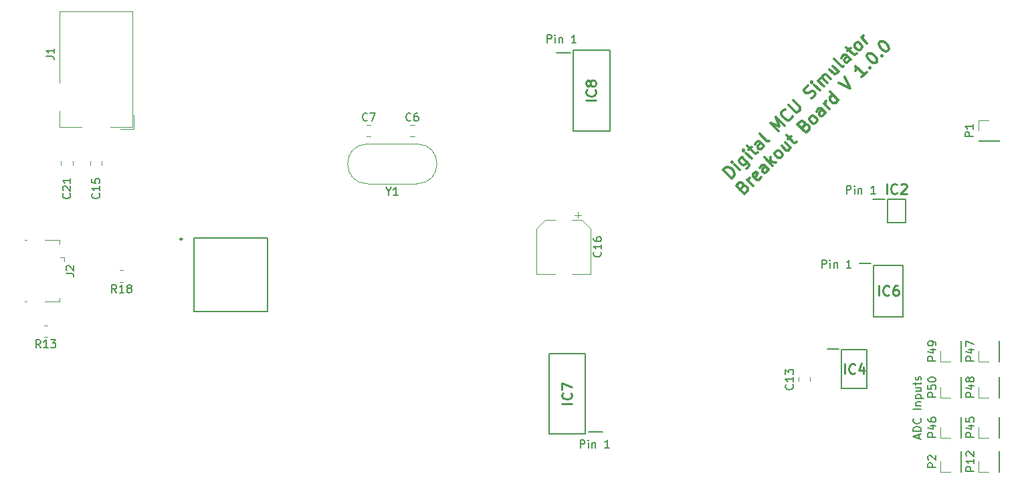
<source format=gto>
G04 #@! TF.GenerationSoftware,KiCad,Pcbnew,(5.1.7)-1*
G04 #@! TF.CreationDate,2020-11-10T12:30:43-06:00*
G04 #@! TF.ProjectId,MCU breakout board,4d435520-6272-4656-916b-6f757420626f,rev?*
G04 #@! TF.SameCoordinates,Original*
G04 #@! TF.FileFunction,Legend,Top*
G04 #@! TF.FilePolarity,Positive*
%FSLAX46Y46*%
G04 Gerber Fmt 4.6, Leading zero omitted, Abs format (unit mm)*
G04 Created by KiCad (PCBNEW (5.1.7)-1) date 2020-11-10 12:30:43*
%MOMM*%
%LPD*%
G01*
G04 APERTURE LIST*
%ADD10C,0.150000*%
%ADD11C,0.300000*%
%ADD12C,0.120000*%
%ADD13C,0.200000*%
%ADD14C,0.250000*%
%ADD15C,0.254000*%
G04 APERTURE END LIST*
D10*
X155990476Y-110852380D02*
X155990476Y-109852380D01*
X156371428Y-109852380D01*
X156466666Y-109900000D01*
X156514285Y-109947619D01*
X156561904Y-110042857D01*
X156561904Y-110185714D01*
X156514285Y-110280952D01*
X156466666Y-110328571D01*
X156371428Y-110376190D01*
X155990476Y-110376190D01*
X156990476Y-110852380D02*
X156990476Y-110185714D01*
X156990476Y-109852380D02*
X156942857Y-109900000D01*
X156990476Y-109947619D01*
X157038095Y-109900000D01*
X156990476Y-109852380D01*
X156990476Y-109947619D01*
X157466666Y-110185714D02*
X157466666Y-110852380D01*
X157466666Y-110280952D02*
X157514285Y-110233333D01*
X157609523Y-110185714D01*
X157752380Y-110185714D01*
X157847619Y-110233333D01*
X157895238Y-110328571D01*
X157895238Y-110852380D01*
X159657142Y-110852380D02*
X159085714Y-110852380D01*
X159371428Y-110852380D02*
X159371428Y-109852380D01*
X159276190Y-109995238D01*
X159180952Y-110090476D01*
X159085714Y-110138095D01*
X152890476Y-120252380D02*
X152890476Y-119252380D01*
X153271428Y-119252380D01*
X153366666Y-119300000D01*
X153414285Y-119347619D01*
X153461904Y-119442857D01*
X153461904Y-119585714D01*
X153414285Y-119680952D01*
X153366666Y-119728571D01*
X153271428Y-119776190D01*
X152890476Y-119776190D01*
X153890476Y-120252380D02*
X153890476Y-119585714D01*
X153890476Y-119252380D02*
X153842857Y-119300000D01*
X153890476Y-119347619D01*
X153938095Y-119300000D01*
X153890476Y-119252380D01*
X153890476Y-119347619D01*
X154366666Y-119585714D02*
X154366666Y-120252380D01*
X154366666Y-119680952D02*
X154414285Y-119633333D01*
X154509523Y-119585714D01*
X154652380Y-119585714D01*
X154747619Y-119633333D01*
X154795238Y-119728571D01*
X154795238Y-120252380D01*
X156557142Y-120252380D02*
X155985714Y-120252380D01*
X156271428Y-120252380D02*
X156271428Y-119252380D01*
X156176190Y-119395238D01*
X156080952Y-119490476D01*
X155985714Y-119538095D01*
X118090476Y-91752380D02*
X118090476Y-90752380D01*
X118471428Y-90752380D01*
X118566666Y-90800000D01*
X118614285Y-90847619D01*
X118661904Y-90942857D01*
X118661904Y-91085714D01*
X118614285Y-91180952D01*
X118566666Y-91228571D01*
X118471428Y-91276190D01*
X118090476Y-91276190D01*
X119090476Y-91752380D02*
X119090476Y-91085714D01*
X119090476Y-90752380D02*
X119042857Y-90800000D01*
X119090476Y-90847619D01*
X119138095Y-90800000D01*
X119090476Y-90752380D01*
X119090476Y-90847619D01*
X119566666Y-91085714D02*
X119566666Y-91752380D01*
X119566666Y-91180952D02*
X119614285Y-91133333D01*
X119709523Y-91085714D01*
X119852380Y-91085714D01*
X119947619Y-91133333D01*
X119995238Y-91228571D01*
X119995238Y-91752380D01*
X121757142Y-91752380D02*
X121185714Y-91752380D01*
X121471428Y-91752380D02*
X121471428Y-90752380D01*
X121376190Y-90895238D01*
X121280952Y-90990476D01*
X121185714Y-91038095D01*
X122290476Y-143052380D02*
X122290476Y-142052380D01*
X122671428Y-142052380D01*
X122766666Y-142100000D01*
X122814285Y-142147619D01*
X122861904Y-142242857D01*
X122861904Y-142385714D01*
X122814285Y-142480952D01*
X122766666Y-142528571D01*
X122671428Y-142576190D01*
X122290476Y-142576190D01*
X123290476Y-143052380D02*
X123290476Y-142385714D01*
X123290476Y-142052380D02*
X123242857Y-142100000D01*
X123290476Y-142147619D01*
X123338095Y-142100000D01*
X123290476Y-142052380D01*
X123290476Y-142147619D01*
X123766666Y-142385714D02*
X123766666Y-143052380D01*
X123766666Y-142480952D02*
X123814285Y-142433333D01*
X123909523Y-142385714D01*
X124052380Y-142385714D01*
X124147619Y-142433333D01*
X124195238Y-142528571D01*
X124195238Y-143052380D01*
X125957142Y-143052380D02*
X125385714Y-143052380D01*
X125671428Y-143052380D02*
X125671428Y-142052380D01*
X125576190Y-142195238D01*
X125480952Y-142290476D01*
X125385714Y-142338095D01*
D11*
X141437396Y-108919126D02*
X140376736Y-107858466D01*
X140629274Y-107605928D01*
X140831304Y-107504913D01*
X141033335Y-107504913D01*
X141184858Y-107555420D01*
X141437396Y-107706943D01*
X141588919Y-107858466D01*
X141740441Y-108111004D01*
X141790949Y-108262527D01*
X141790949Y-108464558D01*
X141689934Y-108666588D01*
X141437396Y-108919126D01*
X142498056Y-107858466D02*
X141790949Y-107151359D01*
X141437396Y-106797806D02*
X141437396Y-106898821D01*
X141538411Y-106898821D01*
X141538411Y-106797806D01*
X141437396Y-106797806D01*
X141538411Y-106898821D01*
X142750594Y-106191714D02*
X143609224Y-107050344D01*
X143659731Y-107201867D01*
X143659731Y-107302882D01*
X143609224Y-107454405D01*
X143457701Y-107605928D01*
X143306178Y-107656436D01*
X143407193Y-106848314D02*
X143356686Y-106999836D01*
X143154655Y-107201867D01*
X143003132Y-107252375D01*
X142902117Y-107252375D01*
X142750594Y-107201867D01*
X142447548Y-106898821D01*
X142397041Y-106747298D01*
X142397041Y-106646283D01*
X142447548Y-106494760D01*
X142649579Y-106292730D01*
X142801102Y-106242222D01*
X143962777Y-106393745D02*
X143255670Y-105686638D01*
X142902117Y-105333085D02*
X142902117Y-105434100D01*
X143003132Y-105434100D01*
X143003132Y-105333085D01*
X142902117Y-105333085D01*
X143003132Y-105434100D01*
X143609224Y-105333085D02*
X144013285Y-104929024D01*
X143407193Y-104828008D02*
X144316330Y-105737146D01*
X144467853Y-105787653D01*
X144619376Y-105737146D01*
X144720391Y-105636130D01*
X145528513Y-104828008D02*
X144972930Y-104272425D01*
X144821407Y-104221917D01*
X144669884Y-104272425D01*
X144467853Y-104474455D01*
X144417346Y-104625978D01*
X145478006Y-104777501D02*
X145427498Y-104929024D01*
X145174960Y-105181562D01*
X145023437Y-105232069D01*
X144871914Y-105181562D01*
X144770899Y-105080547D01*
X144720391Y-104929024D01*
X144770899Y-104777501D01*
X145023437Y-104524963D01*
X145073945Y-104373440D01*
X146185113Y-104171409D02*
X146033590Y-104221917D01*
X145882067Y-104171409D01*
X144972930Y-103262272D01*
X147397296Y-102959226D02*
X146336636Y-101898566D01*
X147447803Y-102302627D01*
X147043742Y-101191459D01*
X148104402Y-102252119D01*
X149114555Y-101039936D02*
X149114555Y-101140952D01*
X149013540Y-101342982D01*
X148912525Y-101443997D01*
X148710494Y-101545013D01*
X148508463Y-101545013D01*
X148356941Y-101494505D01*
X148104402Y-101342982D01*
X147952880Y-101191459D01*
X147801357Y-100938921D01*
X147750849Y-100787398D01*
X147750849Y-100585368D01*
X147851864Y-100383337D01*
X147952880Y-100282322D01*
X148154910Y-100181307D01*
X148255925Y-100181307D01*
X148609479Y-99625723D02*
X149468108Y-100484352D01*
X149619631Y-100534860D01*
X149720647Y-100534860D01*
X149872169Y-100484352D01*
X150074200Y-100282322D01*
X150124708Y-100130799D01*
X150124708Y-100029784D01*
X150074200Y-99878261D01*
X149215570Y-99019631D01*
X151488414Y-98767093D02*
X151690444Y-98666078D01*
X151942982Y-98413540D01*
X151993490Y-98262017D01*
X151993490Y-98161002D01*
X151942982Y-98009479D01*
X151841967Y-97908463D01*
X151690444Y-97857956D01*
X151589429Y-97857956D01*
X151437906Y-97908463D01*
X151185368Y-98059986D01*
X151033845Y-98110494D01*
X150932830Y-98110494D01*
X150781307Y-98059986D01*
X150680291Y-97958971D01*
X150629784Y-97807448D01*
X150629784Y-97706433D01*
X150680291Y-97554910D01*
X150932830Y-97302372D01*
X151134860Y-97201357D01*
X152599581Y-97756941D02*
X151892475Y-97049834D01*
X151538921Y-96696280D02*
X151538921Y-96797296D01*
X151639936Y-96797296D01*
X151639936Y-96696280D01*
X151538921Y-96696280D01*
X151639936Y-96797296D01*
X153104658Y-97251864D02*
X152397551Y-96544758D01*
X152498566Y-96645773D02*
X152498566Y-96544758D01*
X152549074Y-96393235D01*
X152700597Y-96241712D01*
X152852119Y-96191204D01*
X153003642Y-96241712D01*
X153559226Y-96797296D01*
X153003642Y-96241712D02*
X152953135Y-96090189D01*
X153003642Y-95938666D01*
X153155165Y-95787143D01*
X153306688Y-95736636D01*
X153458211Y-95787143D01*
X154013795Y-96342727D01*
X154266333Y-94675975D02*
X154973440Y-95383082D01*
X153811764Y-95130544D02*
X154367348Y-95686128D01*
X154518871Y-95736636D01*
X154670394Y-95686128D01*
X154821917Y-95534605D01*
X154872425Y-95383082D01*
X154872425Y-95282067D01*
X155630039Y-94726483D02*
X155478516Y-94776991D01*
X155326993Y-94726483D01*
X154417856Y-93817346D01*
X156488669Y-93867853D02*
X155933085Y-93312269D01*
X155781562Y-93261762D01*
X155630039Y-93312269D01*
X155428008Y-93514300D01*
X155377501Y-93665823D01*
X156438161Y-93817346D02*
X156387653Y-93968869D01*
X156135115Y-94221407D01*
X155983592Y-94271914D01*
X155832069Y-94221407D01*
X155731054Y-94120391D01*
X155680547Y-93968869D01*
X155731054Y-93817346D01*
X155983592Y-93564808D01*
X156034100Y-93413285D01*
X156135115Y-92807193D02*
X156539176Y-92403132D01*
X155933085Y-92302117D02*
X156842222Y-93211254D01*
X156993745Y-93261762D01*
X157145268Y-93211254D01*
X157246283Y-93110239D01*
X157751359Y-92605163D02*
X157599836Y-92655670D01*
X157498821Y-92655670D01*
X157347298Y-92605163D01*
X157044252Y-92302117D01*
X156993745Y-92150594D01*
X156993745Y-92049579D01*
X157044252Y-91898056D01*
X157195775Y-91746533D01*
X157347298Y-91696025D01*
X157448314Y-91696025D01*
X157599836Y-91746533D01*
X157902882Y-92049579D01*
X157953390Y-92201102D01*
X157953390Y-92302117D01*
X157902882Y-92453640D01*
X157751359Y-92605163D01*
X158559481Y-91797041D02*
X157852375Y-91089934D01*
X158054405Y-91291964D02*
X158003897Y-91140441D01*
X158003897Y-91039426D01*
X158054405Y-90887903D01*
X158155420Y-90786888D01*
X142861710Y-109989888D02*
X143063741Y-109888872D01*
X143164756Y-109888872D01*
X143316279Y-109939380D01*
X143467802Y-110090903D01*
X143518310Y-110242426D01*
X143518310Y-110343441D01*
X143467802Y-110494964D01*
X143063741Y-110899025D01*
X142003081Y-109838365D01*
X142356634Y-109484811D01*
X142508157Y-109434304D01*
X142609172Y-109434304D01*
X142760695Y-109484811D01*
X142861710Y-109585827D01*
X142912218Y-109737350D01*
X142912218Y-109838365D01*
X142861710Y-109989888D01*
X142508157Y-110343441D01*
X144124401Y-109838365D02*
X143417294Y-109131258D01*
X143619325Y-109333288D02*
X143568817Y-109181766D01*
X143568817Y-109080750D01*
X143619325Y-108929227D01*
X143720340Y-108828212D01*
X145134554Y-108727197D02*
X145084046Y-108878720D01*
X144882016Y-109080750D01*
X144730493Y-109131258D01*
X144578970Y-109080750D01*
X144174909Y-108676689D01*
X144124401Y-108525166D01*
X144174909Y-108373644D01*
X144376939Y-108171613D01*
X144528462Y-108121105D01*
X144679985Y-108171613D01*
X144781000Y-108272628D01*
X144376939Y-108878720D01*
X146144706Y-107818060D02*
X145589122Y-107262476D01*
X145437599Y-107211968D01*
X145286077Y-107262476D01*
X145084046Y-107464506D01*
X145033538Y-107616029D01*
X146094199Y-107767552D02*
X146043691Y-107919075D01*
X145791153Y-108171613D01*
X145639630Y-108222121D01*
X145488107Y-108171613D01*
X145387092Y-108070598D01*
X145336584Y-107919075D01*
X145387092Y-107767552D01*
X145639630Y-107515014D01*
X145690138Y-107363491D01*
X146649783Y-107312983D02*
X145589122Y-106252323D01*
X146346737Y-106807907D02*
X147053844Y-106908922D01*
X146346737Y-106201816D02*
X146346737Y-107009938D01*
X147659935Y-106302831D02*
X147508412Y-106353338D01*
X147407397Y-106353338D01*
X147255874Y-106302831D01*
X146952828Y-105999785D01*
X146902321Y-105848262D01*
X146902321Y-105747247D01*
X146952828Y-105595724D01*
X147104351Y-105444201D01*
X147255874Y-105393694D01*
X147356889Y-105393694D01*
X147508412Y-105444201D01*
X147811458Y-105747247D01*
X147861966Y-105898770D01*
X147861966Y-105999785D01*
X147811458Y-106151308D01*
X147659935Y-106302831D01*
X148215519Y-104333033D02*
X148922626Y-105040140D01*
X147760950Y-104787602D02*
X148316534Y-105343186D01*
X148468057Y-105393694D01*
X148619580Y-105343186D01*
X148771103Y-105191663D01*
X148821610Y-105040140D01*
X148821610Y-104939125D01*
X148569072Y-103979480D02*
X148973133Y-103575419D01*
X148367042Y-103474404D02*
X149276179Y-104383541D01*
X149427702Y-104434049D01*
X149579225Y-104383541D01*
X149680240Y-104282526D01*
X150639885Y-102211713D02*
X150841916Y-102110698D01*
X150942931Y-102110698D01*
X151094454Y-102161205D01*
X151245977Y-102312728D01*
X151296484Y-102464251D01*
X151296484Y-102565266D01*
X151245977Y-102716789D01*
X150841916Y-103120850D01*
X149781255Y-102060190D01*
X150134809Y-101706637D01*
X150286332Y-101656129D01*
X150387347Y-101656129D01*
X150538870Y-101706637D01*
X150639885Y-101807652D01*
X150690393Y-101959175D01*
X150690393Y-102060190D01*
X150639885Y-102211713D01*
X150286332Y-102565266D01*
X152054099Y-101908667D02*
X151902576Y-101959175D01*
X151801561Y-101959175D01*
X151650038Y-101908667D01*
X151346992Y-101605622D01*
X151296484Y-101454099D01*
X151296484Y-101353083D01*
X151346992Y-101201561D01*
X151498515Y-101050038D01*
X151650038Y-100999530D01*
X151751053Y-100999530D01*
X151902576Y-101050038D01*
X152205622Y-101353083D01*
X152256129Y-101504606D01*
X152256129Y-101605622D01*
X152205622Y-101757144D01*
X152054099Y-101908667D01*
X153316789Y-100645977D02*
X152761205Y-100090393D01*
X152609683Y-100039885D01*
X152458160Y-100090393D01*
X152256129Y-100292423D01*
X152205622Y-100443946D01*
X153266282Y-100595469D02*
X153215774Y-100746992D01*
X152963236Y-100999530D01*
X152811713Y-101050038D01*
X152660190Y-100999530D01*
X152559175Y-100898515D01*
X152508667Y-100746992D01*
X152559175Y-100595469D01*
X152811713Y-100342931D01*
X152862221Y-100191408D01*
X153821866Y-100140900D02*
X153114759Y-99433794D01*
X153316789Y-99635824D02*
X153266282Y-99484301D01*
X153266282Y-99383286D01*
X153316789Y-99231763D01*
X153417805Y-99130748D01*
X154933033Y-99029733D02*
X153872373Y-97969072D01*
X154882526Y-98979225D02*
X154832018Y-99130748D01*
X154629988Y-99332778D01*
X154478465Y-99383286D01*
X154377449Y-99383286D01*
X154225927Y-99332778D01*
X153922881Y-99029733D01*
X153872373Y-98878210D01*
X153872373Y-98777194D01*
X153922881Y-98625672D01*
X154124911Y-98423641D01*
X154276434Y-98373133D01*
X155034049Y-96807397D02*
X156448262Y-97514504D01*
X155741155Y-96100290D01*
X158519075Y-95443691D02*
X157912983Y-96049783D01*
X158216029Y-95746737D02*
X157155369Y-94686077D01*
X157205877Y-94938615D01*
X157205877Y-95140645D01*
X157155369Y-95292168D01*
X158872628Y-94888107D02*
X158973644Y-94888107D01*
X158973644Y-94989122D01*
X158872628Y-94989122D01*
X158872628Y-94888107D01*
X158973644Y-94989122D01*
X158620090Y-93221355D02*
X158721105Y-93120340D01*
X158872628Y-93069833D01*
X158973644Y-93069833D01*
X159125166Y-93120340D01*
X159377705Y-93271863D01*
X159630243Y-93524401D01*
X159781766Y-93776939D01*
X159832273Y-93928462D01*
X159832273Y-94029477D01*
X159781766Y-94181000D01*
X159680750Y-94282016D01*
X159529227Y-94332523D01*
X159428212Y-94332523D01*
X159276689Y-94282016D01*
X159024151Y-94130493D01*
X158771613Y-93877955D01*
X158620090Y-93625416D01*
X158569583Y-93473894D01*
X158569583Y-93372878D01*
X158620090Y-93221355D01*
X160387857Y-93372878D02*
X160488872Y-93372878D01*
X160488872Y-93473894D01*
X160387857Y-93473894D01*
X160387857Y-93372878D01*
X160488872Y-93473894D01*
X160135319Y-91706127D02*
X160236334Y-91605111D01*
X160387857Y-91554604D01*
X160488872Y-91554604D01*
X160640395Y-91605111D01*
X160892933Y-91756634D01*
X161145472Y-92009172D01*
X161296994Y-92261710D01*
X161347502Y-92413233D01*
X161347502Y-92514249D01*
X161296994Y-92665771D01*
X161195979Y-92766787D01*
X161044456Y-92817294D01*
X160943441Y-92817294D01*
X160791918Y-92766787D01*
X160539380Y-92615264D01*
X160286842Y-92362726D01*
X160135319Y-92110188D01*
X160084811Y-91958665D01*
X160084811Y-91857649D01*
X160135319Y-91706127D01*
D10*
X165139666Y-141826761D02*
X165139666Y-141350571D01*
X165425380Y-141922000D02*
X164425380Y-141588666D01*
X165425380Y-141255333D01*
X165425380Y-140922000D02*
X164425380Y-140922000D01*
X164425380Y-140683904D01*
X164473000Y-140541047D01*
X164568238Y-140445809D01*
X164663476Y-140398190D01*
X164853952Y-140350571D01*
X164996809Y-140350571D01*
X165187285Y-140398190D01*
X165282523Y-140445809D01*
X165377761Y-140541047D01*
X165425380Y-140683904D01*
X165425380Y-140922000D01*
X165330142Y-139350571D02*
X165377761Y-139398190D01*
X165425380Y-139541047D01*
X165425380Y-139636285D01*
X165377761Y-139779142D01*
X165282523Y-139874380D01*
X165187285Y-139922000D01*
X164996809Y-139969619D01*
X164853952Y-139969619D01*
X164663476Y-139922000D01*
X164568238Y-139874380D01*
X164473000Y-139779142D01*
X164425380Y-139636285D01*
X164425380Y-139541047D01*
X164473000Y-139398190D01*
X164520619Y-139350571D01*
X165425380Y-138160095D02*
X164425380Y-138160095D01*
X164758714Y-137683904D02*
X165425380Y-137683904D01*
X164853952Y-137683904D02*
X164806333Y-137636285D01*
X164758714Y-137541047D01*
X164758714Y-137398190D01*
X164806333Y-137302952D01*
X164901571Y-137255333D01*
X165425380Y-137255333D01*
X164758714Y-136779142D02*
X165758714Y-136779142D01*
X164806333Y-136779142D02*
X164758714Y-136683904D01*
X164758714Y-136493428D01*
X164806333Y-136398190D01*
X164853952Y-136350571D01*
X164949190Y-136302952D01*
X165234904Y-136302952D01*
X165330142Y-136350571D01*
X165377761Y-136398190D01*
X165425380Y-136493428D01*
X165425380Y-136683904D01*
X165377761Y-136779142D01*
X164758714Y-135445809D02*
X165425380Y-135445809D01*
X164758714Y-135874380D02*
X165282523Y-135874380D01*
X165377761Y-135826761D01*
X165425380Y-135731523D01*
X165425380Y-135588666D01*
X165377761Y-135493428D01*
X165330142Y-135445809D01*
X164758714Y-135112476D02*
X164758714Y-134731523D01*
X164425380Y-134969619D02*
X165282523Y-134969619D01*
X165377761Y-134922000D01*
X165425380Y-134826761D01*
X165425380Y-134731523D01*
X165377761Y-134445809D02*
X165425380Y-134350571D01*
X165425380Y-134160095D01*
X165377761Y-134064857D01*
X165282523Y-134017238D01*
X165234904Y-134017238D01*
X165139666Y-134064857D01*
X165092047Y-134160095D01*
X165092047Y-134302952D01*
X165044428Y-134398190D01*
X164949190Y-134445809D01*
X164901571Y-134445809D01*
X164806333Y-134398190D01*
X164758714Y-134302952D01*
X164758714Y-134160095D01*
X164806333Y-134064857D01*
D12*
G04 #@! TO.C,C16*
X116732000Y-121012000D02*
X119082000Y-121012000D01*
X123552000Y-121012000D02*
X121202000Y-121012000D01*
X123552000Y-115256437D02*
X123552000Y-121012000D01*
X116732000Y-115256437D02*
X116732000Y-121012000D01*
X117796437Y-114192000D02*
X119082000Y-114192000D01*
X122487563Y-114192000D02*
X121202000Y-114192000D01*
X122487563Y-114192000D02*
X123552000Y-115256437D01*
X117796437Y-114192000D02*
X116732000Y-115256437D01*
X121989500Y-113164500D02*
X121989500Y-113952000D01*
X122383250Y-113558250D02*
X121595750Y-113558250D01*
G04 #@! TO.C,P2*
X170494000Y-146110000D02*
X170494000Y-143450000D01*
X170434000Y-146110000D02*
X170494000Y-146110000D01*
X170434000Y-143450000D02*
X170494000Y-143450000D01*
X170434000Y-146110000D02*
X170434000Y-143450000D01*
X169164000Y-146110000D02*
X167834000Y-146110000D01*
X167834000Y-146110000D02*
X167834000Y-144780000D01*
D13*
G04 #@! TO.C,IC8*
X119250000Y-93000000D02*
X121050000Y-93000000D01*
X121400000Y-102900000D02*
X121400000Y-92700000D01*
X126000000Y-102900000D02*
X121400000Y-102900000D01*
X126000000Y-92700000D02*
X126000000Y-102900000D01*
X121400000Y-92700000D02*
X126000000Y-92700000D01*
D12*
G04 #@! TO.C,C6*
X101287252Y-102135000D02*
X100764748Y-102135000D01*
X101287252Y-103605000D02*
X100764748Y-103605000D01*
G04 #@! TO.C,C7*
X95242748Y-102135000D02*
X95765252Y-102135000D01*
X95242748Y-103605000D02*
X95765252Y-103605000D01*
G04 #@! TO.C,C13*
X149887000Y-134104748D02*
X149887000Y-134627252D01*
X151357000Y-134104748D02*
X151357000Y-134627252D01*
G04 #@! TO.C,C15*
X60265000Y-106738748D02*
X60265000Y-107261252D01*
X61735000Y-106738748D02*
X61735000Y-107261252D01*
G04 #@! TO.C,C21*
X58035000Y-106738748D02*
X58035000Y-107261252D01*
X56565000Y-106738748D02*
X56565000Y-107261252D01*
D13*
G04 #@! TO.C,IC4*
X153522000Y-130516000D02*
X155022000Y-130516000D01*
X155372000Y-135546000D02*
X155372000Y-130646000D01*
X158572000Y-135546000D02*
X155372000Y-135546000D01*
X158572000Y-130646000D02*
X158572000Y-135546000D01*
X155372000Y-130646000D02*
X158572000Y-130646000D01*
G04 #@! TO.C,IC5*
X73350000Y-116450000D02*
X82650000Y-116450000D01*
X82650000Y-116450000D02*
X82650000Y-125750000D01*
X82650000Y-125750000D02*
X73350000Y-125750000D01*
X73350000Y-125750000D02*
X73350000Y-116450000D01*
D14*
X71875000Y-116600000D02*
G75*
G03*
X71875000Y-116600000I-125000J0D01*
G01*
D13*
G04 #@! TO.C,IC6*
X159440000Y-119940000D02*
X163140000Y-119940000D01*
X163140000Y-119940000D02*
X163140000Y-126440000D01*
X163140000Y-126440000D02*
X159440000Y-126440000D01*
X159440000Y-126440000D02*
X159440000Y-119940000D01*
X157615000Y-119690000D02*
X159090000Y-119690000D01*
G04 #@! TO.C,IC7*
X122950000Y-141290000D02*
X118350000Y-141290000D01*
X118350000Y-141290000D02*
X118350000Y-131090000D01*
X118350000Y-131090000D02*
X122950000Y-131090000D01*
X122950000Y-131090000D02*
X122950000Y-141290000D01*
X125100000Y-140990000D02*
X123300000Y-140990000D01*
D12*
G04 #@! TO.C,J1*
X56360000Y-96800000D02*
X56360000Y-87800000D01*
X56360000Y-87800000D02*
X65560000Y-87800000D01*
X65560000Y-87800000D02*
X65560000Y-102400000D01*
X65560000Y-102400000D02*
X62760000Y-102400000D01*
X59160000Y-102400000D02*
X56360000Y-102400000D01*
X56360000Y-102400000D02*
X56360000Y-100400000D01*
X65800000Y-100900000D02*
X65800000Y-102640000D01*
X65800000Y-102640000D02*
X64060000Y-102640000D01*
G04 #@! TO.C,J2*
X56372500Y-116750000D02*
X56372500Y-117200000D01*
X54522500Y-116750000D02*
X56372500Y-116750000D01*
X51972500Y-124550000D02*
X52222500Y-124550000D01*
X51972500Y-116750000D02*
X52222500Y-116750000D01*
X54522500Y-124550000D02*
X56372500Y-124550000D01*
X56372500Y-124550000D02*
X56372500Y-124100000D01*
X56922500Y-118950000D02*
X56922500Y-119400000D01*
X56922500Y-118950000D02*
X56472500Y-118950000D01*
G04 #@! TO.C,R13*
X54837064Y-129005000D02*
X54382936Y-129005000D01*
X54837064Y-127535000D02*
X54382936Y-127535000D01*
G04 #@! TO.C,R18*
X64439564Y-122035000D02*
X63985436Y-122035000D01*
X64439564Y-120565000D02*
X63985436Y-120565000D01*
G04 #@! TO.C,Y1*
X101605000Y-109605000D02*
X95355000Y-109605000D01*
X101605000Y-104555000D02*
X95355000Y-104555000D01*
X101605000Y-104555000D02*
G75*
G02*
X101605000Y-109605000I0J-2525000D01*
G01*
X95355000Y-104555000D02*
G75*
G03*
X95355000Y-109605000I0J-2525000D01*
G01*
D13*
G04 #@! TO.C,IC2*
X161156000Y-111530000D02*
X163456000Y-111530000D01*
X163456000Y-111530000D02*
X163456000Y-114530000D01*
X163456000Y-114530000D02*
X161156000Y-114530000D01*
X161156000Y-114530000D02*
X161156000Y-111530000D01*
X159356000Y-111530000D02*
X160806000Y-111530000D01*
D12*
G04 #@! TO.C,P1*
X172660000Y-104200000D02*
X175320000Y-104200000D01*
X172660000Y-104140000D02*
X172660000Y-104200000D01*
X175320000Y-104140000D02*
X175320000Y-104200000D01*
X172660000Y-104140000D02*
X175320000Y-104140000D01*
X172660000Y-102870000D02*
X172660000Y-101540000D01*
X172660000Y-101540000D02*
X173990000Y-101540000D01*
G04 #@! TO.C,P12*
X172660000Y-146110000D02*
X172660000Y-144780000D01*
X173990000Y-146110000D02*
X172660000Y-146110000D01*
X175260000Y-146110000D02*
X175260000Y-143450000D01*
X175260000Y-143450000D02*
X175320000Y-143450000D01*
X175260000Y-146110000D02*
X175320000Y-146110000D01*
X175320000Y-146110000D02*
X175320000Y-143450000D01*
G04 #@! TO.C,P45*
X172660000Y-141792000D02*
X172660000Y-140462000D01*
X173990000Y-141792000D02*
X172660000Y-141792000D01*
X175260000Y-141792000D02*
X175260000Y-139132000D01*
X175260000Y-139132000D02*
X175320000Y-139132000D01*
X175260000Y-141792000D02*
X175320000Y-141792000D01*
X175320000Y-141792000D02*
X175320000Y-139132000D01*
G04 #@! TO.C,P46*
X170494000Y-141792000D02*
X170494000Y-139132000D01*
X170434000Y-141792000D02*
X170494000Y-141792000D01*
X170434000Y-139132000D02*
X170494000Y-139132000D01*
X170434000Y-141792000D02*
X170434000Y-139132000D01*
X169164000Y-141792000D02*
X167834000Y-141792000D01*
X167834000Y-141792000D02*
X167834000Y-140462000D01*
G04 #@! TO.C,P47*
X175320000Y-132140000D02*
X175320000Y-129480000D01*
X175260000Y-132140000D02*
X175320000Y-132140000D01*
X175260000Y-129480000D02*
X175320000Y-129480000D01*
X175260000Y-132140000D02*
X175260000Y-129480000D01*
X173990000Y-132140000D02*
X172660000Y-132140000D01*
X172660000Y-132140000D02*
X172660000Y-130810000D01*
G04 #@! TO.C,P48*
X172660000Y-136712000D02*
X172660000Y-135382000D01*
X173990000Y-136712000D02*
X172660000Y-136712000D01*
X175260000Y-136712000D02*
X175260000Y-134052000D01*
X175260000Y-134052000D02*
X175320000Y-134052000D01*
X175260000Y-136712000D02*
X175320000Y-136712000D01*
X175320000Y-136712000D02*
X175320000Y-134052000D01*
G04 #@! TO.C,P49*
X170494000Y-132140000D02*
X170494000Y-129480000D01*
X170434000Y-132140000D02*
X170494000Y-132140000D01*
X170434000Y-129480000D02*
X170494000Y-129480000D01*
X170434000Y-132140000D02*
X170434000Y-129480000D01*
X169164000Y-132140000D02*
X167834000Y-132140000D01*
X167834000Y-132140000D02*
X167834000Y-130810000D01*
G04 #@! TO.C,P50*
X170494000Y-136712000D02*
X170494000Y-134052000D01*
X170434000Y-136712000D02*
X170494000Y-136712000D01*
X170434000Y-134052000D02*
X170494000Y-134052000D01*
X170434000Y-136712000D02*
X170434000Y-134052000D01*
X169164000Y-136712000D02*
X167834000Y-136712000D01*
X167834000Y-136712000D02*
X167834000Y-135382000D01*
G04 #@! TO.C,C16*
D10*
X124849142Y-118244857D02*
X124896761Y-118292476D01*
X124944380Y-118435333D01*
X124944380Y-118530571D01*
X124896761Y-118673428D01*
X124801523Y-118768666D01*
X124706285Y-118816285D01*
X124515809Y-118863904D01*
X124372952Y-118863904D01*
X124182476Y-118816285D01*
X124087238Y-118768666D01*
X123992000Y-118673428D01*
X123944380Y-118530571D01*
X123944380Y-118435333D01*
X123992000Y-118292476D01*
X124039619Y-118244857D01*
X124944380Y-117292476D02*
X124944380Y-117863904D01*
X124944380Y-117578190D02*
X123944380Y-117578190D01*
X124087238Y-117673428D01*
X124182476Y-117768666D01*
X124230095Y-117863904D01*
X123944380Y-116435333D02*
X123944380Y-116625809D01*
X123992000Y-116721047D01*
X124039619Y-116768666D01*
X124182476Y-116863904D01*
X124372952Y-116911523D01*
X124753904Y-116911523D01*
X124849142Y-116863904D01*
X124896761Y-116816285D01*
X124944380Y-116721047D01*
X124944380Y-116530571D01*
X124896761Y-116435333D01*
X124849142Y-116387714D01*
X124753904Y-116340095D01*
X124515809Y-116340095D01*
X124420571Y-116387714D01*
X124372952Y-116435333D01*
X124325333Y-116530571D01*
X124325333Y-116721047D01*
X124372952Y-116816285D01*
X124420571Y-116863904D01*
X124515809Y-116911523D01*
G04 #@! TO.C,P2*
X167286380Y-145518095D02*
X166286380Y-145518095D01*
X166286380Y-145137142D01*
X166334000Y-145041904D01*
X166381619Y-144994285D01*
X166476857Y-144946666D01*
X166619714Y-144946666D01*
X166714952Y-144994285D01*
X166762571Y-145041904D01*
X166810190Y-145137142D01*
X166810190Y-145518095D01*
X166381619Y-144565714D02*
X166334000Y-144518095D01*
X166286380Y-144422857D01*
X166286380Y-144184761D01*
X166334000Y-144089523D01*
X166381619Y-144041904D01*
X166476857Y-143994285D01*
X166572095Y-143994285D01*
X166714952Y-144041904D01*
X167286380Y-144613333D01*
X167286380Y-143994285D01*
G04 #@! TO.C,IC8*
D15*
X124274523Y-99039761D02*
X123004523Y-99039761D01*
X124153571Y-97709285D02*
X124214047Y-97769761D01*
X124274523Y-97951190D01*
X124274523Y-98072142D01*
X124214047Y-98253571D01*
X124093095Y-98374523D01*
X123972142Y-98435000D01*
X123730238Y-98495476D01*
X123548809Y-98495476D01*
X123306904Y-98435000D01*
X123185952Y-98374523D01*
X123065000Y-98253571D01*
X123004523Y-98072142D01*
X123004523Y-97951190D01*
X123065000Y-97769761D01*
X123125476Y-97709285D01*
X123548809Y-96983571D02*
X123488333Y-97104523D01*
X123427857Y-97165000D01*
X123306904Y-97225476D01*
X123246428Y-97225476D01*
X123125476Y-97165000D01*
X123065000Y-97104523D01*
X123004523Y-96983571D01*
X123004523Y-96741666D01*
X123065000Y-96620714D01*
X123125476Y-96560238D01*
X123246428Y-96499761D01*
X123306904Y-96499761D01*
X123427857Y-96560238D01*
X123488333Y-96620714D01*
X123548809Y-96741666D01*
X123548809Y-96983571D01*
X123609285Y-97104523D01*
X123669761Y-97165000D01*
X123790714Y-97225476D01*
X124032619Y-97225476D01*
X124153571Y-97165000D01*
X124214047Y-97104523D01*
X124274523Y-96983571D01*
X124274523Y-96741666D01*
X124214047Y-96620714D01*
X124153571Y-96560238D01*
X124032619Y-96499761D01*
X123790714Y-96499761D01*
X123669761Y-96560238D01*
X123609285Y-96620714D01*
X123548809Y-96741666D01*
G04 #@! TO.C,C6*
D10*
X100833333Y-101557142D02*
X100785714Y-101604761D01*
X100642857Y-101652380D01*
X100547619Y-101652380D01*
X100404761Y-101604761D01*
X100309523Y-101509523D01*
X100261904Y-101414285D01*
X100214285Y-101223809D01*
X100214285Y-101080952D01*
X100261904Y-100890476D01*
X100309523Y-100795238D01*
X100404761Y-100700000D01*
X100547619Y-100652380D01*
X100642857Y-100652380D01*
X100785714Y-100700000D01*
X100833333Y-100747619D01*
X101690476Y-100652380D02*
X101500000Y-100652380D01*
X101404761Y-100700000D01*
X101357142Y-100747619D01*
X101261904Y-100890476D01*
X101214285Y-101080952D01*
X101214285Y-101461904D01*
X101261904Y-101557142D01*
X101309523Y-101604761D01*
X101404761Y-101652380D01*
X101595238Y-101652380D01*
X101690476Y-101604761D01*
X101738095Y-101557142D01*
X101785714Y-101461904D01*
X101785714Y-101223809D01*
X101738095Y-101128571D01*
X101690476Y-101080952D01*
X101595238Y-101033333D01*
X101404761Y-101033333D01*
X101309523Y-101080952D01*
X101261904Y-101128571D01*
X101214285Y-101223809D01*
G04 #@! TO.C,C7*
X95337333Y-101547142D02*
X95289714Y-101594761D01*
X95146857Y-101642380D01*
X95051619Y-101642380D01*
X94908761Y-101594761D01*
X94813523Y-101499523D01*
X94765904Y-101404285D01*
X94718285Y-101213809D01*
X94718285Y-101070952D01*
X94765904Y-100880476D01*
X94813523Y-100785238D01*
X94908761Y-100690000D01*
X95051619Y-100642380D01*
X95146857Y-100642380D01*
X95289714Y-100690000D01*
X95337333Y-100737619D01*
X95670666Y-100642380D02*
X96337333Y-100642380D01*
X95908761Y-101642380D01*
G04 #@! TO.C,C13*
X149157142Y-135042857D02*
X149204761Y-135090476D01*
X149252380Y-135233333D01*
X149252380Y-135328571D01*
X149204761Y-135471428D01*
X149109523Y-135566666D01*
X149014285Y-135614285D01*
X148823809Y-135661904D01*
X148680952Y-135661904D01*
X148490476Y-135614285D01*
X148395238Y-135566666D01*
X148300000Y-135471428D01*
X148252380Y-135328571D01*
X148252380Y-135233333D01*
X148300000Y-135090476D01*
X148347619Y-135042857D01*
X149252380Y-134090476D02*
X149252380Y-134661904D01*
X149252380Y-134376190D02*
X148252380Y-134376190D01*
X148395238Y-134471428D01*
X148490476Y-134566666D01*
X148538095Y-134661904D01*
X148252380Y-133757142D02*
X148252380Y-133138095D01*
X148633333Y-133471428D01*
X148633333Y-133328571D01*
X148680952Y-133233333D01*
X148728571Y-133185714D01*
X148823809Y-133138095D01*
X149061904Y-133138095D01*
X149157142Y-133185714D01*
X149204761Y-133233333D01*
X149252380Y-133328571D01*
X149252380Y-133614285D01*
X149204761Y-133709523D01*
X149157142Y-133757142D01*
G04 #@! TO.C,C15*
X61357142Y-110842857D02*
X61404761Y-110890476D01*
X61452380Y-111033333D01*
X61452380Y-111128571D01*
X61404761Y-111271428D01*
X61309523Y-111366666D01*
X61214285Y-111414285D01*
X61023809Y-111461904D01*
X60880952Y-111461904D01*
X60690476Y-111414285D01*
X60595238Y-111366666D01*
X60500000Y-111271428D01*
X60452380Y-111128571D01*
X60452380Y-111033333D01*
X60500000Y-110890476D01*
X60547619Y-110842857D01*
X61452380Y-109890476D02*
X61452380Y-110461904D01*
X61452380Y-110176190D02*
X60452380Y-110176190D01*
X60595238Y-110271428D01*
X60690476Y-110366666D01*
X60738095Y-110461904D01*
X60452380Y-108985714D02*
X60452380Y-109461904D01*
X60928571Y-109509523D01*
X60880952Y-109461904D01*
X60833333Y-109366666D01*
X60833333Y-109128571D01*
X60880952Y-109033333D01*
X60928571Y-108985714D01*
X61023809Y-108938095D01*
X61261904Y-108938095D01*
X61357142Y-108985714D01*
X61404761Y-109033333D01*
X61452380Y-109128571D01*
X61452380Y-109366666D01*
X61404761Y-109461904D01*
X61357142Y-109509523D01*
G04 #@! TO.C,C21*
X57657142Y-110842857D02*
X57704761Y-110890476D01*
X57752380Y-111033333D01*
X57752380Y-111128571D01*
X57704761Y-111271428D01*
X57609523Y-111366666D01*
X57514285Y-111414285D01*
X57323809Y-111461904D01*
X57180952Y-111461904D01*
X56990476Y-111414285D01*
X56895238Y-111366666D01*
X56800000Y-111271428D01*
X56752380Y-111128571D01*
X56752380Y-111033333D01*
X56800000Y-110890476D01*
X56847619Y-110842857D01*
X56847619Y-110461904D02*
X56800000Y-110414285D01*
X56752380Y-110319047D01*
X56752380Y-110080952D01*
X56800000Y-109985714D01*
X56847619Y-109938095D01*
X56942857Y-109890476D01*
X57038095Y-109890476D01*
X57180952Y-109938095D01*
X57752380Y-110509523D01*
X57752380Y-109890476D01*
X57752380Y-108938095D02*
X57752380Y-109509523D01*
X57752380Y-109223809D02*
X56752380Y-109223809D01*
X56895238Y-109319047D01*
X56990476Y-109414285D01*
X57038095Y-109509523D01*
G04 #@! TO.C,IC4*
D15*
X155732238Y-133670523D02*
X155732238Y-132400523D01*
X157062714Y-133549571D02*
X157002238Y-133610047D01*
X156820809Y-133670523D01*
X156699857Y-133670523D01*
X156518428Y-133610047D01*
X156397476Y-133489095D01*
X156337000Y-133368142D01*
X156276523Y-133126238D01*
X156276523Y-132944809D01*
X156337000Y-132702904D01*
X156397476Y-132581952D01*
X156518428Y-132461000D01*
X156699857Y-132400523D01*
X156820809Y-132400523D01*
X157002238Y-132461000D01*
X157062714Y-132521476D01*
X158151285Y-132823857D02*
X158151285Y-133670523D01*
X157848904Y-132340047D02*
X157546523Y-133247190D01*
X158332714Y-133247190D01*
G04 #@! TO.C,IC6*
X160050238Y-123764523D02*
X160050238Y-122494523D01*
X161380714Y-123643571D02*
X161320238Y-123704047D01*
X161138809Y-123764523D01*
X161017857Y-123764523D01*
X160836428Y-123704047D01*
X160715476Y-123583095D01*
X160655000Y-123462142D01*
X160594523Y-123220238D01*
X160594523Y-123038809D01*
X160655000Y-122796904D01*
X160715476Y-122675952D01*
X160836428Y-122555000D01*
X161017857Y-122494523D01*
X161138809Y-122494523D01*
X161320238Y-122555000D01*
X161380714Y-122615476D01*
X162469285Y-122494523D02*
X162227380Y-122494523D01*
X162106428Y-122555000D01*
X162045952Y-122615476D01*
X161925000Y-122796904D01*
X161864523Y-123038809D01*
X161864523Y-123522619D01*
X161925000Y-123643571D01*
X161985476Y-123704047D01*
X162106428Y-123764523D01*
X162348333Y-123764523D01*
X162469285Y-123704047D01*
X162529761Y-123643571D01*
X162590238Y-123522619D01*
X162590238Y-123220238D01*
X162529761Y-123099285D01*
X162469285Y-123038809D01*
X162348333Y-122978333D01*
X162106428Y-122978333D01*
X161985476Y-123038809D01*
X161925000Y-123099285D01*
X161864523Y-123220238D01*
G04 #@! TO.C,IC7*
X121224523Y-137429761D02*
X119954523Y-137429761D01*
X121103571Y-136099285D02*
X121164047Y-136159761D01*
X121224523Y-136341190D01*
X121224523Y-136462142D01*
X121164047Y-136643571D01*
X121043095Y-136764523D01*
X120922142Y-136825000D01*
X120680238Y-136885476D01*
X120498809Y-136885476D01*
X120256904Y-136825000D01*
X120135952Y-136764523D01*
X120015000Y-136643571D01*
X119954523Y-136462142D01*
X119954523Y-136341190D01*
X120015000Y-136159761D01*
X120075476Y-136099285D01*
X119954523Y-135675952D02*
X119954523Y-134829285D01*
X121224523Y-135373571D01*
G04 #@! TO.C,J1*
D10*
X54662380Y-93483333D02*
X55376666Y-93483333D01*
X55519523Y-93530952D01*
X55614761Y-93626190D01*
X55662380Y-93769047D01*
X55662380Y-93864285D01*
X55662380Y-92483333D02*
X55662380Y-93054761D01*
X55662380Y-92769047D02*
X54662380Y-92769047D01*
X54805238Y-92864285D01*
X54900476Y-92959523D01*
X54948095Y-93054761D01*
G04 #@! TO.C,J2*
X57174880Y-120983333D02*
X57889166Y-120983333D01*
X58032023Y-121030952D01*
X58127261Y-121126190D01*
X58174880Y-121269047D01*
X58174880Y-121364285D01*
X57270119Y-120554761D02*
X57222500Y-120507142D01*
X57174880Y-120411904D01*
X57174880Y-120173809D01*
X57222500Y-120078571D01*
X57270119Y-120030952D01*
X57365357Y-119983333D01*
X57460595Y-119983333D01*
X57603452Y-120030952D01*
X58174880Y-120602380D01*
X58174880Y-119983333D01*
G04 #@! TO.C,R13*
X53967142Y-130372380D02*
X53633809Y-129896190D01*
X53395714Y-130372380D02*
X53395714Y-129372380D01*
X53776666Y-129372380D01*
X53871904Y-129420000D01*
X53919523Y-129467619D01*
X53967142Y-129562857D01*
X53967142Y-129705714D01*
X53919523Y-129800952D01*
X53871904Y-129848571D01*
X53776666Y-129896190D01*
X53395714Y-129896190D01*
X54919523Y-130372380D02*
X54348095Y-130372380D01*
X54633809Y-130372380D02*
X54633809Y-129372380D01*
X54538571Y-129515238D01*
X54443333Y-129610476D01*
X54348095Y-129658095D01*
X55252857Y-129372380D02*
X55871904Y-129372380D01*
X55538571Y-129753333D01*
X55681428Y-129753333D01*
X55776666Y-129800952D01*
X55824285Y-129848571D01*
X55871904Y-129943809D01*
X55871904Y-130181904D01*
X55824285Y-130277142D01*
X55776666Y-130324761D01*
X55681428Y-130372380D01*
X55395714Y-130372380D01*
X55300476Y-130324761D01*
X55252857Y-130277142D01*
G04 #@! TO.C,R18*
X63569642Y-123402380D02*
X63236309Y-122926190D01*
X62998214Y-123402380D02*
X62998214Y-122402380D01*
X63379166Y-122402380D01*
X63474404Y-122450000D01*
X63522023Y-122497619D01*
X63569642Y-122592857D01*
X63569642Y-122735714D01*
X63522023Y-122830952D01*
X63474404Y-122878571D01*
X63379166Y-122926190D01*
X62998214Y-122926190D01*
X64522023Y-123402380D02*
X63950595Y-123402380D01*
X64236309Y-123402380D02*
X64236309Y-122402380D01*
X64141071Y-122545238D01*
X64045833Y-122640476D01*
X63950595Y-122688095D01*
X65093452Y-122830952D02*
X64998214Y-122783333D01*
X64950595Y-122735714D01*
X64902976Y-122640476D01*
X64902976Y-122592857D01*
X64950595Y-122497619D01*
X64998214Y-122450000D01*
X65093452Y-122402380D01*
X65283928Y-122402380D01*
X65379166Y-122450000D01*
X65426785Y-122497619D01*
X65474404Y-122592857D01*
X65474404Y-122640476D01*
X65426785Y-122735714D01*
X65379166Y-122783333D01*
X65283928Y-122830952D01*
X65093452Y-122830952D01*
X64998214Y-122878571D01*
X64950595Y-122926190D01*
X64902976Y-123021428D01*
X64902976Y-123211904D01*
X64950595Y-123307142D01*
X64998214Y-123354761D01*
X65093452Y-123402380D01*
X65283928Y-123402380D01*
X65379166Y-123354761D01*
X65426785Y-123307142D01*
X65474404Y-123211904D01*
X65474404Y-123021428D01*
X65426785Y-122926190D01*
X65379166Y-122878571D01*
X65283928Y-122830952D01*
G04 #@! TO.C,Y1*
X98003809Y-110581190D02*
X98003809Y-111057380D01*
X97670476Y-110057380D02*
X98003809Y-110581190D01*
X98337142Y-110057380D01*
X99194285Y-111057380D02*
X98622857Y-111057380D01*
X98908571Y-111057380D02*
X98908571Y-110057380D01*
X98813333Y-110200238D01*
X98718095Y-110295476D01*
X98622857Y-110343095D01*
G04 #@! TO.C,IC2*
D15*
X161060238Y-110874523D02*
X161060238Y-109604523D01*
X162390714Y-110753571D02*
X162330238Y-110814047D01*
X162148809Y-110874523D01*
X162027857Y-110874523D01*
X161846428Y-110814047D01*
X161725476Y-110693095D01*
X161665000Y-110572142D01*
X161604523Y-110330238D01*
X161604523Y-110148809D01*
X161665000Y-109906904D01*
X161725476Y-109785952D01*
X161846428Y-109665000D01*
X162027857Y-109604523D01*
X162148809Y-109604523D01*
X162330238Y-109665000D01*
X162390714Y-109725476D01*
X162874523Y-109725476D02*
X162935000Y-109665000D01*
X163055952Y-109604523D01*
X163358333Y-109604523D01*
X163479285Y-109665000D01*
X163539761Y-109725476D01*
X163600238Y-109846428D01*
X163600238Y-109967380D01*
X163539761Y-110148809D01*
X162814047Y-110874523D01*
X163600238Y-110874523D01*
G04 #@! TO.C,P1*
D10*
X172003980Y-103608095D02*
X171003980Y-103608095D01*
X171003980Y-103227142D01*
X171051600Y-103131904D01*
X171099219Y-103084285D01*
X171194457Y-103036666D01*
X171337314Y-103036666D01*
X171432552Y-103084285D01*
X171480171Y-103131904D01*
X171527790Y-103227142D01*
X171527790Y-103608095D01*
X172003980Y-102084285D02*
X172003980Y-102655714D01*
X172003980Y-102370000D02*
X171003980Y-102370000D01*
X171146838Y-102465238D01*
X171242076Y-102560476D01*
X171289695Y-102655714D01*
G04 #@! TO.C,P12*
X172112380Y-145994285D02*
X171112380Y-145994285D01*
X171112380Y-145613333D01*
X171160000Y-145518095D01*
X171207619Y-145470476D01*
X171302857Y-145422857D01*
X171445714Y-145422857D01*
X171540952Y-145470476D01*
X171588571Y-145518095D01*
X171636190Y-145613333D01*
X171636190Y-145994285D01*
X172112380Y-144470476D02*
X172112380Y-145041904D01*
X172112380Y-144756190D02*
X171112380Y-144756190D01*
X171255238Y-144851428D01*
X171350476Y-144946666D01*
X171398095Y-145041904D01*
X171207619Y-144089523D02*
X171160000Y-144041904D01*
X171112380Y-143946666D01*
X171112380Y-143708571D01*
X171160000Y-143613333D01*
X171207619Y-143565714D01*
X171302857Y-143518095D01*
X171398095Y-143518095D01*
X171540952Y-143565714D01*
X172112380Y-144137142D01*
X172112380Y-143518095D01*
G04 #@! TO.C,P45*
X172112380Y-141676285D02*
X171112380Y-141676285D01*
X171112380Y-141295333D01*
X171160000Y-141200095D01*
X171207619Y-141152476D01*
X171302857Y-141104857D01*
X171445714Y-141104857D01*
X171540952Y-141152476D01*
X171588571Y-141200095D01*
X171636190Y-141295333D01*
X171636190Y-141676285D01*
X171445714Y-140247714D02*
X172112380Y-140247714D01*
X171064761Y-140485809D02*
X171779047Y-140723904D01*
X171779047Y-140104857D01*
X171112380Y-139247714D02*
X171112380Y-139723904D01*
X171588571Y-139771523D01*
X171540952Y-139723904D01*
X171493333Y-139628666D01*
X171493333Y-139390571D01*
X171540952Y-139295333D01*
X171588571Y-139247714D01*
X171683809Y-139200095D01*
X171921904Y-139200095D01*
X172017142Y-139247714D01*
X172064761Y-139295333D01*
X172112380Y-139390571D01*
X172112380Y-139628666D01*
X172064761Y-139723904D01*
X172017142Y-139771523D01*
G04 #@! TO.C,P46*
X167286380Y-141676285D02*
X166286380Y-141676285D01*
X166286380Y-141295333D01*
X166334000Y-141200095D01*
X166381619Y-141152476D01*
X166476857Y-141104857D01*
X166619714Y-141104857D01*
X166714952Y-141152476D01*
X166762571Y-141200095D01*
X166810190Y-141295333D01*
X166810190Y-141676285D01*
X166619714Y-140247714D02*
X167286380Y-140247714D01*
X166238761Y-140485809D02*
X166953047Y-140723904D01*
X166953047Y-140104857D01*
X166286380Y-139295333D02*
X166286380Y-139485809D01*
X166334000Y-139581047D01*
X166381619Y-139628666D01*
X166524476Y-139723904D01*
X166714952Y-139771523D01*
X167095904Y-139771523D01*
X167191142Y-139723904D01*
X167238761Y-139676285D01*
X167286380Y-139581047D01*
X167286380Y-139390571D01*
X167238761Y-139295333D01*
X167191142Y-139247714D01*
X167095904Y-139200095D01*
X166857809Y-139200095D01*
X166762571Y-139247714D01*
X166714952Y-139295333D01*
X166667333Y-139390571D01*
X166667333Y-139581047D01*
X166714952Y-139676285D01*
X166762571Y-139723904D01*
X166857809Y-139771523D01*
G04 #@! TO.C,P47*
X172112380Y-132024285D02*
X171112380Y-132024285D01*
X171112380Y-131643333D01*
X171160000Y-131548095D01*
X171207619Y-131500476D01*
X171302857Y-131452857D01*
X171445714Y-131452857D01*
X171540952Y-131500476D01*
X171588571Y-131548095D01*
X171636190Y-131643333D01*
X171636190Y-132024285D01*
X171445714Y-130595714D02*
X172112380Y-130595714D01*
X171064761Y-130833809D02*
X171779047Y-131071904D01*
X171779047Y-130452857D01*
X171112380Y-130167142D02*
X171112380Y-129500476D01*
X172112380Y-129929047D01*
G04 #@! TO.C,P48*
X172112380Y-136596285D02*
X171112380Y-136596285D01*
X171112380Y-136215333D01*
X171160000Y-136120095D01*
X171207619Y-136072476D01*
X171302857Y-136024857D01*
X171445714Y-136024857D01*
X171540952Y-136072476D01*
X171588571Y-136120095D01*
X171636190Y-136215333D01*
X171636190Y-136596285D01*
X171445714Y-135167714D02*
X172112380Y-135167714D01*
X171064761Y-135405809D02*
X171779047Y-135643904D01*
X171779047Y-135024857D01*
X171540952Y-134501047D02*
X171493333Y-134596285D01*
X171445714Y-134643904D01*
X171350476Y-134691523D01*
X171302857Y-134691523D01*
X171207619Y-134643904D01*
X171160000Y-134596285D01*
X171112380Y-134501047D01*
X171112380Y-134310571D01*
X171160000Y-134215333D01*
X171207619Y-134167714D01*
X171302857Y-134120095D01*
X171350476Y-134120095D01*
X171445714Y-134167714D01*
X171493333Y-134215333D01*
X171540952Y-134310571D01*
X171540952Y-134501047D01*
X171588571Y-134596285D01*
X171636190Y-134643904D01*
X171731428Y-134691523D01*
X171921904Y-134691523D01*
X172017142Y-134643904D01*
X172064761Y-134596285D01*
X172112380Y-134501047D01*
X172112380Y-134310571D01*
X172064761Y-134215333D01*
X172017142Y-134167714D01*
X171921904Y-134120095D01*
X171731428Y-134120095D01*
X171636190Y-134167714D01*
X171588571Y-134215333D01*
X171540952Y-134310571D01*
G04 #@! TO.C,P49*
X167286380Y-132024285D02*
X166286380Y-132024285D01*
X166286380Y-131643333D01*
X166334000Y-131548095D01*
X166381619Y-131500476D01*
X166476857Y-131452857D01*
X166619714Y-131452857D01*
X166714952Y-131500476D01*
X166762571Y-131548095D01*
X166810190Y-131643333D01*
X166810190Y-132024285D01*
X166619714Y-130595714D02*
X167286380Y-130595714D01*
X166238761Y-130833809D02*
X166953047Y-131071904D01*
X166953047Y-130452857D01*
X167286380Y-130024285D02*
X167286380Y-129833809D01*
X167238761Y-129738571D01*
X167191142Y-129690952D01*
X167048285Y-129595714D01*
X166857809Y-129548095D01*
X166476857Y-129548095D01*
X166381619Y-129595714D01*
X166334000Y-129643333D01*
X166286380Y-129738571D01*
X166286380Y-129929047D01*
X166334000Y-130024285D01*
X166381619Y-130071904D01*
X166476857Y-130119523D01*
X166714952Y-130119523D01*
X166810190Y-130071904D01*
X166857809Y-130024285D01*
X166905428Y-129929047D01*
X166905428Y-129738571D01*
X166857809Y-129643333D01*
X166810190Y-129595714D01*
X166714952Y-129548095D01*
G04 #@! TO.C,P50*
X167286380Y-136596285D02*
X166286380Y-136596285D01*
X166286380Y-136215333D01*
X166334000Y-136120095D01*
X166381619Y-136072476D01*
X166476857Y-136024857D01*
X166619714Y-136024857D01*
X166714952Y-136072476D01*
X166762571Y-136120095D01*
X166810190Y-136215333D01*
X166810190Y-136596285D01*
X166286380Y-135120095D02*
X166286380Y-135596285D01*
X166762571Y-135643904D01*
X166714952Y-135596285D01*
X166667333Y-135501047D01*
X166667333Y-135262952D01*
X166714952Y-135167714D01*
X166762571Y-135120095D01*
X166857809Y-135072476D01*
X167095904Y-135072476D01*
X167191142Y-135120095D01*
X167238761Y-135167714D01*
X167286380Y-135262952D01*
X167286380Y-135501047D01*
X167238761Y-135596285D01*
X167191142Y-135643904D01*
X166286380Y-134453428D02*
X166286380Y-134358190D01*
X166334000Y-134262952D01*
X166381619Y-134215333D01*
X166476857Y-134167714D01*
X166667333Y-134120095D01*
X166905428Y-134120095D01*
X167095904Y-134167714D01*
X167191142Y-134215333D01*
X167238761Y-134262952D01*
X167286380Y-134358190D01*
X167286380Y-134453428D01*
X167238761Y-134548666D01*
X167191142Y-134596285D01*
X167095904Y-134643904D01*
X166905428Y-134691523D01*
X166667333Y-134691523D01*
X166476857Y-134643904D01*
X166381619Y-134596285D01*
X166334000Y-134548666D01*
X166286380Y-134453428D01*
G04 #@! TD*
M02*

</source>
